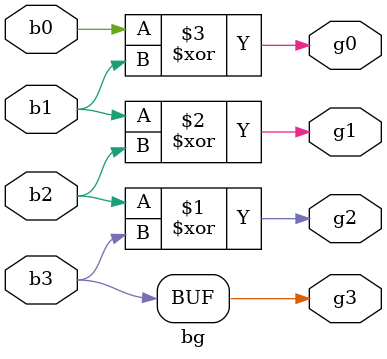
<source format=sv>
module bg(b0,b1,b2,b3,g0,g1,g2,g3);
  input b0,b1,b2,b3;
  output g0,g1,g2,g3;
  assign g3 = b3;
  assign g2 = b2^b3;
  assign g1 = b1^b2;
  assign g0 = b0^b1;
endmodule
</source>
